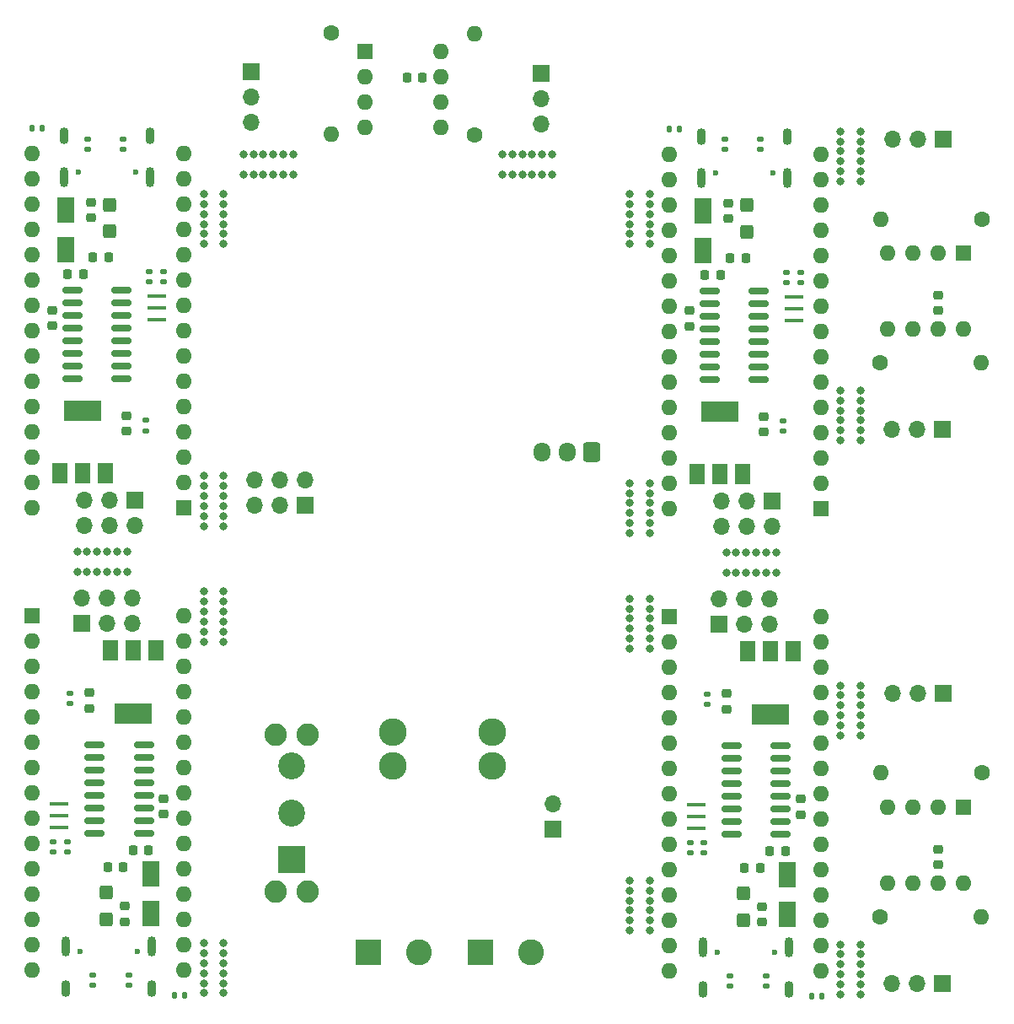
<source format=gbr>
%TF.GenerationSoftware,KiCad,Pcbnew,(6.0.1)*%
%TF.CreationDate,2022-04-04T10:53:51-04:00*%
%TF.ProjectId,arduino_usb_c,61726475-696e-46f5-9f75-73625f632e6b,rev?*%
%TF.SameCoordinates,Original*%
%TF.FileFunction,Soldermask,Bot*%
%TF.FilePolarity,Negative*%
%FSLAX46Y46*%
G04 Gerber Fmt 4.6, Leading zero omitted, Abs format (unit mm)*
G04 Created by KiCad (PCBNEW (6.0.1)) date 2022-04-04 10:53:51*
%MOMM*%
%LPD*%
G01*
G04 APERTURE LIST*
G04 Aperture macros list*
%AMRoundRect*
0 Rectangle with rounded corners*
0 $1 Rounding radius*
0 $2 $3 $4 $5 $6 $7 $8 $9 X,Y pos of 4 corners*
0 Add a 4 corners polygon primitive as box body*
4,1,4,$2,$3,$4,$5,$6,$7,$8,$9,$2,$3,0*
0 Add four circle primitives for the rounded corners*
1,1,$1+$1,$2,$3*
1,1,$1+$1,$4,$5*
1,1,$1+$1,$6,$7*
1,1,$1+$1,$8,$9*
0 Add four rect primitives between the rounded corners*
20,1,$1+$1,$2,$3,$4,$5,0*
20,1,$1+$1,$4,$5,$6,$7,0*
20,1,$1+$1,$6,$7,$8,$9,0*
20,1,$1+$1,$8,$9,$2,$3,0*%
G04 Aperture macros list end*
%ADD10C,0.600000*%
%ADD11O,0.900000X1.700000*%
%ADD12O,0.900000X2.000000*%
%ADD13C,1.600000*%
%ADD14O,1.600000X1.600000*%
%ADD15C,0.800000*%
%ADD16R,1.600000X1.600000*%
%ADD17R,1.700000X1.700000*%
%ADD18O,1.700000X1.700000*%
%ADD19C,2.780000*%
%ADD20R,2.600000X2.600000*%
%ADD21C,2.600000*%
%ADD22R,2.700000X2.700000*%
%ADD23C,2.700000*%
%ADD24C,2.250000*%
%ADD25RoundRect,0.250000X0.600000X0.725000X-0.600000X0.725000X-0.600000X-0.725000X0.600000X-0.725000X0*%
%ADD26O,1.700000X1.950000*%
%ADD27RoundRect,0.225000X0.250000X-0.225000X0.250000X0.225000X-0.250000X0.225000X-0.250000X-0.225000X0*%
%ADD28R,1.800000X2.500000*%
%ADD29RoundRect,0.225000X0.225000X0.250000X-0.225000X0.250000X-0.225000X-0.250000X0.225000X-0.250000X0*%
%ADD30RoundRect,0.135000X-0.185000X0.135000X-0.185000X-0.135000X0.185000X-0.135000X0.185000X0.135000X0*%
%ADD31RoundRect,0.135000X0.135000X0.185000X-0.135000X0.185000X-0.135000X-0.185000X0.135000X-0.185000X0*%
%ADD32R,1.500000X2.000000*%
%ADD33R,3.800000X2.000000*%
%ADD34RoundRect,0.135000X0.185000X-0.135000X0.185000X0.135000X-0.185000X0.135000X-0.185000X-0.135000X0*%
%ADD35RoundRect,0.250000X0.425000X-0.450000X0.425000X0.450000X-0.425000X0.450000X-0.425000X-0.450000X0*%
%ADD36R,1.900000X0.400000*%
%ADD37RoundRect,0.225000X-0.250000X0.225000X-0.250000X-0.225000X0.250000X-0.225000X0.250000X0.225000X0*%
%ADD38RoundRect,0.225000X-0.225000X-0.250000X0.225000X-0.250000X0.225000X0.250000X-0.225000X0.250000X0*%
%ADD39RoundRect,0.135000X-0.135000X-0.185000X0.135000X-0.185000X0.135000X0.185000X-0.135000X0.185000X0*%
%ADD40RoundRect,0.150000X0.825000X0.150000X-0.825000X0.150000X-0.825000X-0.150000X0.825000X-0.150000X0*%
%ADD41RoundRect,0.250000X-0.425000X0.450000X-0.425000X-0.450000X0.425000X-0.450000X0.425000X0.450000X0*%
%ADD42RoundRect,0.150000X-0.825000X-0.150000X0.825000X-0.150000X0.825000X0.150000X-0.825000X0.150000X0*%
G04 APERTURE END LIST*
D10*
%TO.C,J1*%
X171813600Y-68384327D03*
X177593600Y-68384327D03*
D11*
X170383600Y-64694327D03*
X179023600Y-64694327D03*
D12*
X179023600Y-68864327D03*
X170383600Y-68864327D03*
%TD*%
D13*
%TO.C,R13*%
X198620000Y-128600000D03*
D14*
X188460000Y-128600000D03*
%TD*%
D15*
%TO.C,REF\u002A\u002A*%
X184400000Y-94200000D03*
X186400000Y-92200000D03*
X186400000Y-94200000D03*
X184400000Y-90200000D03*
X186400000Y-90200000D03*
X184400000Y-95200000D03*
X184400000Y-92200000D03*
X186400000Y-95200000D03*
X186400000Y-91200000D03*
X186400000Y-93200000D03*
X184400000Y-91200000D03*
X184400000Y-93200000D03*
%TD*%
D13*
%TO.C,R13*%
X133200000Y-54280000D03*
D14*
X133200000Y-64440000D03*
%TD*%
D16*
%TO.C,U5*%
X196740000Y-76400000D03*
D14*
X194200000Y-76400000D03*
X191660000Y-76400000D03*
X189120000Y-76400000D03*
X189120000Y-84020000D03*
X191660000Y-84020000D03*
X194200000Y-84020000D03*
X196740000Y-84020000D03*
%TD*%
D15*
%TO.C,REF\u002A\u002A*%
X152400000Y-66500000D03*
X151400000Y-68500000D03*
X154400000Y-66500000D03*
X150400000Y-68500000D03*
X151400000Y-66500000D03*
X155400000Y-68500000D03*
X153400000Y-66500000D03*
X152400000Y-68500000D03*
X153400000Y-68500000D03*
X150400000Y-66500000D03*
X155400000Y-66500000D03*
X154400000Y-68500000D03*
%TD*%
%TO.C,REF\u002A\u002A*%
X165200000Y-100503327D03*
X163200000Y-100503327D03*
X163200000Y-104503327D03*
X163200000Y-102503327D03*
X163200000Y-99503327D03*
X165200000Y-104503327D03*
X165200000Y-101503327D03*
X163200000Y-101503327D03*
X165200000Y-99503327D03*
X163200000Y-103503327D03*
X165200000Y-102503327D03*
X165200000Y-103503327D03*
%TD*%
%TO.C,REF\u002A\u002A*%
X163200000Y-116103327D03*
X163200000Y-114103327D03*
X163200000Y-112103327D03*
X165200000Y-114103327D03*
X165200000Y-113103327D03*
X163200000Y-111103327D03*
X165200000Y-112103327D03*
X165200000Y-111103327D03*
X165200000Y-116103327D03*
X163200000Y-113103327D03*
X163200000Y-115103327D03*
X165200000Y-115103327D03*
%TD*%
%TO.C,REF\u002A\u002A*%
X112700000Y-108400000D03*
X110700000Y-108400000D03*
X111700000Y-106400000D03*
X109700000Y-106400000D03*
X110700000Y-106400000D03*
X107700000Y-108400000D03*
X111700000Y-108400000D03*
X108700000Y-108400000D03*
X109700000Y-108400000D03*
X112700000Y-106400000D03*
X108700000Y-106400000D03*
X107700000Y-106400000D03*
%TD*%
D16*
%TO.C,A1*%
X167178050Y-112925927D03*
D14*
X167178050Y-115465927D03*
X167178050Y-118005927D03*
X167178050Y-120545927D03*
X167178050Y-123085927D03*
X167178050Y-125625927D03*
X167178050Y-128165927D03*
X167178050Y-130705927D03*
X167178050Y-133245927D03*
X167178050Y-135785927D03*
X167178050Y-138325927D03*
X167178050Y-140865927D03*
X167178050Y-143405927D03*
X167178050Y-145945927D03*
X167178050Y-148485927D03*
X182418050Y-148485927D03*
X182418050Y-145945927D03*
X182418050Y-143405927D03*
X182418050Y-140865927D03*
X182418050Y-138325927D03*
X182418050Y-135785927D03*
X182418050Y-133245927D03*
X182418050Y-130705927D03*
X182418050Y-128165927D03*
X182418050Y-125625927D03*
X182418050Y-123085927D03*
X182418050Y-120545927D03*
X182418050Y-118005927D03*
X182418050Y-115465927D03*
X182418050Y-112925927D03*
%TD*%
D15*
%TO.C,REF\u002A\u002A*%
X122400000Y-114400000D03*
X122400000Y-112400000D03*
X120400000Y-113400000D03*
X120400000Y-112400000D03*
X122400000Y-111400000D03*
X120400000Y-114400000D03*
X122400000Y-110400000D03*
X120400000Y-111400000D03*
X120400000Y-110400000D03*
X122400000Y-113400000D03*
X122400000Y-115400000D03*
X120400000Y-115400000D03*
%TD*%
D17*
%TO.C,J6*%
X130617200Y-101737600D03*
D18*
X130617200Y-99197600D03*
X128077200Y-101737600D03*
X128077200Y-99197600D03*
X125537200Y-101737600D03*
X125537200Y-99197600D03*
%TD*%
D15*
%TO.C,REF\u002A\u002A*%
X163200000Y-144403327D03*
X163200000Y-140403327D03*
X163200000Y-142403327D03*
X165200000Y-144403327D03*
X165200000Y-143403327D03*
X163200000Y-143403327D03*
X163200000Y-139403327D03*
X165200000Y-139403327D03*
X163200000Y-141403327D03*
X165200000Y-140403327D03*
X165200000Y-142403327D03*
X165200000Y-141403327D03*
%TD*%
D16*
%TO.C,U5*%
X136600000Y-56160000D03*
D14*
X136600000Y-58700000D03*
X136600000Y-61240000D03*
X136600000Y-63780000D03*
X144220000Y-63780000D03*
X144220000Y-61240000D03*
X144220000Y-58700000D03*
X144220000Y-56160000D03*
%TD*%
D19*
%TO.C,F1*%
X139439000Y-127860800D03*
X139439000Y-124460800D03*
X149359000Y-127860800D03*
X149359000Y-124460800D03*
%TD*%
D17*
%TO.C,J7*%
X125200000Y-58220000D03*
D18*
X125200000Y-60760000D03*
X125200000Y-63300000D03*
%TD*%
D16*
%TO.C,A1*%
X182425200Y-102051127D03*
D14*
X182425200Y-99511127D03*
X182425200Y-96971127D03*
X182425200Y-94431127D03*
X182425200Y-91891127D03*
X182425200Y-89351127D03*
X182425200Y-86811127D03*
X182425200Y-84271127D03*
X182425200Y-81731127D03*
X182425200Y-79191127D03*
X182425200Y-76651127D03*
X182425200Y-74111127D03*
X182425200Y-71571127D03*
X182425200Y-69031127D03*
X182425200Y-66491127D03*
X167185200Y-66491127D03*
X167185200Y-69031127D03*
X167185200Y-71571127D03*
X167185200Y-74111127D03*
X167185200Y-76651127D03*
X167185200Y-79191127D03*
X167185200Y-81731127D03*
X167185200Y-84271127D03*
X167185200Y-86811127D03*
X167185200Y-89351127D03*
X167185200Y-91891127D03*
X167185200Y-94431127D03*
X167185200Y-96971127D03*
X167185200Y-99511127D03*
X167185200Y-102051127D03*
%TD*%
D15*
%TO.C,REF\u002A\u002A*%
X175900000Y-108503327D03*
X174900000Y-106503327D03*
X176900000Y-108503327D03*
X173900000Y-106503327D03*
X172900000Y-106503327D03*
X172900000Y-108503327D03*
X174900000Y-108503327D03*
X175900000Y-106503327D03*
X176900000Y-106503327D03*
X173900000Y-108503327D03*
X177900000Y-108503327D03*
X177900000Y-106503327D03*
%TD*%
D17*
%TO.C,J8*%
X194565000Y-149725000D03*
D18*
X192025000Y-149725000D03*
X189485000Y-149725000D03*
%TD*%
D10*
%TO.C,J1*%
X172009650Y-146592727D03*
X177789650Y-146592727D03*
D12*
X170579650Y-146112727D03*
D11*
X170579650Y-150282727D03*
X179219650Y-150282727D03*
D12*
X179219650Y-146112727D03*
%TD*%
D13*
%TO.C,R14*%
X147600000Y-64540000D03*
D14*
X147600000Y-54380000D03*
%TD*%
D10*
%TO.C,J1*%
X107810350Y-68310600D03*
X113590350Y-68310600D03*
D11*
X115020350Y-64620600D03*
D12*
X106380350Y-68790600D03*
X115020350Y-68790600D03*
D11*
X106380350Y-64620600D03*
%TD*%
D17*
%TO.C,J8*%
X194565000Y-94125000D03*
D18*
X192025000Y-94125000D03*
X189485000Y-94125000D03*
%TD*%
D15*
%TO.C,REF\u002A\u002A*%
X186400000Y-149800000D03*
X184400000Y-150800000D03*
X184400000Y-146800000D03*
X184400000Y-147800000D03*
X186400000Y-147800000D03*
X184400000Y-145800000D03*
X184400000Y-149800000D03*
X186400000Y-145800000D03*
X186400000Y-148800000D03*
X184400000Y-148800000D03*
X186400000Y-146800000D03*
X186400000Y-150800000D03*
%TD*%
D16*
%TO.C,A1*%
X118421950Y-101977400D03*
D14*
X118421950Y-99437400D03*
X118421950Y-96897400D03*
X118421950Y-94357400D03*
X118421950Y-91817400D03*
X118421950Y-89277400D03*
X118421950Y-86737400D03*
X118421950Y-84197400D03*
X118421950Y-81657400D03*
X118421950Y-79117400D03*
X118421950Y-76577400D03*
X118421950Y-74037400D03*
X118421950Y-71497400D03*
X118421950Y-68957400D03*
X118421950Y-66417400D03*
X103181950Y-66417400D03*
X103181950Y-68957400D03*
X103181950Y-71497400D03*
X103181950Y-74037400D03*
X103181950Y-76577400D03*
X103181950Y-79117400D03*
X103181950Y-81657400D03*
X103181950Y-84197400D03*
X103181950Y-86737400D03*
X103181950Y-89277400D03*
X103181950Y-91817400D03*
X103181950Y-94357400D03*
X103181950Y-96897400D03*
X103181950Y-99437400D03*
X103181950Y-101977400D03*
%TD*%
D17*
%TO.C,J7*%
X194680000Y-120600000D03*
D18*
X192140000Y-120600000D03*
X189600000Y-120600000D03*
%TD*%
D17*
%TO.C,J2*%
X113468950Y-101215400D03*
D18*
X113468950Y-103755400D03*
X110928950Y-101215400D03*
X110928950Y-103755400D03*
X108388950Y-101215400D03*
X108388950Y-103755400D03*
%TD*%
D10*
%TO.C,J1*%
X108006400Y-146519000D03*
X113786400Y-146519000D03*
D12*
X106576400Y-146039000D03*
D11*
X115216400Y-150209000D03*
X106576400Y-150209000D03*
D12*
X115216400Y-146039000D03*
%TD*%
D17*
%TO.C,J2*%
X177472200Y-101289127D03*
D18*
X177472200Y-103829127D03*
X174932200Y-101289127D03*
X174932200Y-103829127D03*
X172392200Y-101289127D03*
X172392200Y-103829127D03*
%TD*%
D17*
%TO.C,J2*%
X172131050Y-113687927D03*
D18*
X172131050Y-111147927D03*
X174671050Y-113687927D03*
X174671050Y-111147927D03*
X177211050Y-113687927D03*
X177211050Y-111147927D03*
%TD*%
D20*
%TO.C,J3*%
X148229400Y-146557200D03*
D21*
X153309400Y-146557200D03*
%TD*%
D17*
%TO.C,MES1*%
X155473800Y-134243400D03*
D18*
X155473800Y-131703400D03*
%TD*%
D15*
%TO.C,REF\u002A\u002A*%
X122400000Y-75500000D03*
X120400000Y-74500000D03*
X122400000Y-72500000D03*
X120400000Y-75500000D03*
X120400000Y-70500000D03*
X122400000Y-74500000D03*
X120400000Y-72500000D03*
X122400000Y-71500000D03*
X122400000Y-70500000D03*
X122400000Y-73500000D03*
X120400000Y-73500000D03*
X120400000Y-71500000D03*
%TD*%
D13*
%TO.C,R13*%
X198620000Y-73000000D03*
D14*
X188460000Y-73000000D03*
%TD*%
D15*
%TO.C,REF\u002A\u002A*%
X125400000Y-66500000D03*
X127400000Y-66500000D03*
X124400000Y-66500000D03*
X128400000Y-66500000D03*
X127400000Y-68500000D03*
X125400000Y-68500000D03*
X124400000Y-68500000D03*
X126400000Y-66500000D03*
X128400000Y-68500000D03*
X129400000Y-68500000D03*
X129400000Y-66500000D03*
X126400000Y-68500000D03*
%TD*%
%TO.C,REF\u002A\u002A*%
X120400000Y-147700000D03*
X120400000Y-145700000D03*
X122400000Y-145700000D03*
X122400000Y-148700000D03*
X122400000Y-150700000D03*
X120400000Y-146700000D03*
X120400000Y-148700000D03*
X120400000Y-150700000D03*
X122400000Y-149700000D03*
X120400000Y-149700000D03*
X122400000Y-147700000D03*
X122400000Y-146700000D03*
%TD*%
D16*
%TO.C,A1*%
X103174800Y-112852200D03*
D14*
X103174800Y-115392200D03*
X103174800Y-117932200D03*
X103174800Y-120472200D03*
X103174800Y-123012200D03*
X103174800Y-125552200D03*
X103174800Y-128092200D03*
X103174800Y-130632200D03*
X103174800Y-133172200D03*
X103174800Y-135712200D03*
X103174800Y-138252200D03*
X103174800Y-140792200D03*
X103174800Y-143332200D03*
X103174800Y-145872200D03*
X103174800Y-148412200D03*
X118414800Y-148412200D03*
X118414800Y-145872200D03*
X118414800Y-143332200D03*
X118414800Y-140792200D03*
X118414800Y-138252200D03*
X118414800Y-135712200D03*
X118414800Y-133172200D03*
X118414800Y-130632200D03*
X118414800Y-128092200D03*
X118414800Y-125552200D03*
X118414800Y-123012200D03*
X118414800Y-120472200D03*
X118414800Y-117932200D03*
X118414800Y-115392200D03*
X118414800Y-112852200D03*
%TD*%
D16*
%TO.C,U5*%
X196740000Y-132000000D03*
D14*
X194200000Y-132000000D03*
X191660000Y-132000000D03*
X189120000Y-132000000D03*
X189120000Y-139620000D03*
X191660000Y-139620000D03*
X194200000Y-139620000D03*
X196740000Y-139620000D03*
%TD*%
D22*
%TO.C,SW2*%
X129209800Y-137312400D03*
D23*
X129209800Y-132612400D03*
X129209800Y-127912400D03*
D24*
X127609800Y-140512400D03*
X130809800Y-140512400D03*
X127609800Y-124712400D03*
X130809800Y-124712400D03*
%TD*%
D13*
%TO.C,R14*%
X188360000Y-87400000D03*
D14*
X198520000Y-87400000D03*
%TD*%
D15*
%TO.C,REF\u002A\u002A*%
X165200000Y-70500000D03*
X163200000Y-75500000D03*
X163200000Y-74500000D03*
X163200000Y-73500000D03*
X165200000Y-75500000D03*
X163200000Y-71500000D03*
X165200000Y-72500000D03*
X165200000Y-71500000D03*
X163200000Y-70500000D03*
X163200000Y-72500000D03*
X165200000Y-73500000D03*
X165200000Y-74500000D03*
%TD*%
%TO.C,REF\u002A\u002A*%
X184400000Y-67200000D03*
X186400000Y-67200000D03*
X186400000Y-64200000D03*
X184400000Y-68200000D03*
X186400000Y-68200000D03*
X186400000Y-69200000D03*
X184400000Y-66200000D03*
X186400000Y-66200000D03*
X184400000Y-64200000D03*
X184400000Y-65200000D03*
X186400000Y-65200000D03*
X184400000Y-69200000D03*
%TD*%
%TO.C,REF\u002A\u002A*%
X184400000Y-123800000D03*
X186400000Y-124800000D03*
X184400000Y-119800000D03*
X184400000Y-124800000D03*
X184400000Y-122800000D03*
X186400000Y-119800000D03*
X184400000Y-120800000D03*
X186400000Y-123800000D03*
X186400000Y-122800000D03*
X186400000Y-121800000D03*
X186400000Y-120800000D03*
X184400000Y-121800000D03*
%TD*%
D17*
%TO.C,J8*%
X154325000Y-58335000D03*
D18*
X154325000Y-60875000D03*
X154325000Y-63415000D03*
%TD*%
D25*
%TO.C,J5*%
X159395800Y-96409000D03*
D26*
X156895800Y-96409000D03*
X154395800Y-96409000D03*
%TD*%
D15*
%TO.C,REF\u002A\u002A*%
X120400000Y-103800000D03*
X120400000Y-101800000D03*
X122400000Y-103800000D03*
X122400000Y-98800000D03*
X122400000Y-102800000D03*
X122400000Y-99800000D03*
X122400000Y-100800000D03*
X120400000Y-99800000D03*
X120400000Y-98800000D03*
X120400000Y-100800000D03*
X120400000Y-102800000D03*
X122400000Y-101800000D03*
%TD*%
D17*
%TO.C,J7*%
X194680000Y-65000000D03*
D18*
X192140000Y-65000000D03*
X189600000Y-65000000D03*
%TD*%
D20*
%TO.C,J4*%
X136951800Y-146557200D03*
D21*
X142031800Y-146557200D03*
%TD*%
D17*
%TO.C,J2*%
X108127800Y-113614200D03*
D18*
X108127800Y-111074200D03*
X110667800Y-113614200D03*
X110667800Y-111074200D03*
X113207800Y-113614200D03*
X113207800Y-111074200D03*
%TD*%
D13*
%TO.C,R14*%
X188360000Y-143000000D03*
D14*
X198520000Y-143000000D03*
%TD*%
D27*
%TO.C,C5*%
X105213950Y-83677000D03*
X105213950Y-82127000D03*
%TD*%
D28*
%TO.C,D2*%
X115062000Y-138722600D03*
X115062000Y-142722600D03*
%TD*%
D29*
%TO.C,C4*%
X114834000Y-136321800D03*
X113284000Y-136321800D03*
%TD*%
%TO.C,C1*%
X176296650Y-138097327D03*
X174746650Y-138097327D03*
%TD*%
D30*
%TO.C,R2*%
X178920000Y-78376327D03*
X178920000Y-79396327D03*
%TD*%
D31*
%TO.C,R4*%
X182468950Y-151025927D03*
X181448950Y-151025927D03*
%TD*%
D32*
%TO.C,U3*%
X174553800Y-98596727D03*
D33*
X172253800Y-92296727D03*
D32*
X172253800Y-98596727D03*
X169953800Y-98596727D03*
%TD*%
D34*
%TO.C,R2*%
X170683250Y-136600727D03*
X170683250Y-135580727D03*
%TD*%
D35*
%TO.C,C8*%
X174620250Y-143358927D03*
X174620250Y-140658927D03*
%TD*%
D34*
%TO.C,R6*%
X108719150Y-65962200D03*
X108719150Y-64942200D03*
%TD*%
%TO.C,R3*%
X169260850Y-136602727D03*
X169260850Y-135582727D03*
%TD*%
D36*
%TO.C,Y1*%
X169892650Y-134168127D03*
X169892650Y-132968127D03*
X169892650Y-131768127D03*
%TD*%
D30*
%TO.C,R6*%
X112877600Y-148867400D03*
X112877600Y-149887400D03*
%TD*%
D37*
%TO.C,C10*%
X176684800Y-92792527D03*
X176684800Y-94342527D03*
%TD*%
%TO.C,C9*%
X109100150Y-71319000D03*
X109100150Y-72869000D03*
%TD*%
D34*
%TO.C,R5*%
X112325950Y-65962200D03*
X112325950Y-64942200D03*
%TD*%
D38*
%TO.C,C4*%
X106762750Y-78507800D03*
X108312750Y-78507800D03*
%TD*%
D34*
%TO.C,R2*%
X106680000Y-136527000D03*
X106680000Y-135507000D03*
%TD*%
D28*
%TO.C,D2*%
X106534750Y-76107000D03*
X106534750Y-72107000D03*
%TD*%
D39*
%TO.C,R4*%
X167134300Y-63951127D03*
X168154300Y-63951127D03*
%TD*%
D30*
%TO.C,R3*%
X116339150Y-78300600D03*
X116339150Y-79320600D03*
%TD*%
D34*
%TO.C,R6*%
X172722400Y-66035927D03*
X172722400Y-65015927D03*
%TD*%
D27*
%TO.C,C9*%
X112496600Y-143510600D03*
X112496600Y-141960600D03*
%TD*%
D30*
%TO.C,R3*%
X180342400Y-78374327D03*
X180342400Y-79394327D03*
%TD*%
D35*
%TO.C,C8*%
X110617000Y-143285200D03*
X110617000Y-140585200D03*
%TD*%
D40*
%TO.C,U2*%
X112159350Y-80133400D03*
X112159350Y-81403400D03*
X112159350Y-82673400D03*
X112159350Y-83943400D03*
X112159350Y-85213400D03*
X112159350Y-86483400D03*
X112159350Y-87753400D03*
X112159350Y-89023400D03*
X107209350Y-89023400D03*
X107209350Y-87753400D03*
X107209350Y-86483400D03*
X107209350Y-85213400D03*
X107209350Y-83943400D03*
X107209350Y-82673400D03*
X107209350Y-81403400D03*
X107209350Y-80133400D03*
%TD*%
D41*
%TO.C,C8*%
X110979750Y-71544400D03*
X110979750Y-74244400D03*
%TD*%
D27*
%TO.C,C10*%
X172918450Y-122184527D03*
X172918450Y-120634527D03*
%TD*%
D34*
%TO.C,R5*%
X176329200Y-66035927D03*
X176329200Y-65015927D03*
%TD*%
D36*
%TO.C,Y1*%
X115707350Y-80735200D03*
X115707350Y-81935200D03*
X115707350Y-83135200D03*
%TD*%
D41*
%TO.C,C8*%
X174983000Y-71618127D03*
X174983000Y-74318127D03*
%TD*%
D28*
%TO.C,D2*%
X170538000Y-76180727D03*
X170538000Y-72180727D03*
%TD*%
D37*
%TO.C,C5*%
X180386050Y-131226327D03*
X180386050Y-132776327D03*
%TD*%
D34*
%TO.C,R1*%
X107010200Y-121617200D03*
X107010200Y-120597200D03*
%TD*%
D27*
%TO.C,C5*%
X169217200Y-83750727D03*
X169217200Y-82200727D03*
%TD*%
D34*
%TO.C,R1*%
X171013450Y-121690927D03*
X171013450Y-120670927D03*
%TD*%
D36*
%TO.C,Y1*%
X105889400Y-134094400D03*
X105889400Y-132894400D03*
X105889400Y-131694400D03*
%TD*%
D38*
%TO.C,C4*%
X170766000Y-78581527D03*
X172316000Y-78581527D03*
%TD*%
D30*
%TO.C,R6*%
X176880850Y-148941127D03*
X176880850Y-149961127D03*
%TD*%
D38*
%TO.C,C1*%
X109303350Y-76806000D03*
X110853350Y-76806000D03*
%TD*%
D32*
%TO.C,U3*%
X175049450Y-116380327D03*
X177349450Y-116380327D03*
D33*
X177349450Y-122680327D03*
D32*
X179649450Y-116380327D03*
%TD*%
D39*
%TO.C,R4*%
X103131050Y-63877400D03*
X104151050Y-63877400D03*
%TD*%
D27*
%TO.C,C10*%
X108915200Y-122110800D03*
X108915200Y-120560800D03*
%TD*%
D28*
%TO.C,D2*%
X179065250Y-138796327D03*
X179065250Y-142796327D03*
%TD*%
D32*
%TO.C,U3*%
X111046200Y-116306600D03*
D33*
X113346200Y-122606600D03*
D32*
X113346200Y-116306600D03*
X115646200Y-116306600D03*
%TD*%
D30*
%TO.C,R5*%
X109270800Y-148867400D03*
X109270800Y-149887400D03*
%TD*%
D27*
%TO.C,C9*%
X176499850Y-143584327D03*
X176499850Y-142034327D03*
%TD*%
D30*
%TO.C,R5*%
X173274050Y-148941127D03*
X173274050Y-149961127D03*
%TD*%
D34*
%TO.C,R3*%
X105257600Y-136529000D03*
X105257600Y-135509000D03*
%TD*%
D29*
%TO.C,C1*%
X112293400Y-138023600D03*
X110743400Y-138023600D03*
%TD*%
D31*
%TO.C,R4*%
X118465700Y-150952200D03*
X117445700Y-150952200D03*
%TD*%
D29*
%TO.C,C4*%
X178837250Y-136395527D03*
X177287250Y-136395527D03*
%TD*%
D27*
%TO.C,C7*%
X194140000Y-82175000D03*
X194140000Y-80625000D03*
%TD*%
D30*
%TO.C,R2*%
X114916750Y-78302600D03*
X114916750Y-79322600D03*
%TD*%
D37*
%TO.C,C9*%
X173103400Y-71392727D03*
X173103400Y-72942727D03*
%TD*%
D42*
%TO.C,U2*%
X109437400Y-134696200D03*
X109437400Y-133426200D03*
X109437400Y-132156200D03*
X109437400Y-130886200D03*
X109437400Y-129616200D03*
X109437400Y-128346200D03*
X109437400Y-127076200D03*
X109437400Y-125806200D03*
X114387400Y-125806200D03*
X114387400Y-127076200D03*
X114387400Y-128346200D03*
X114387400Y-129616200D03*
X114387400Y-130886200D03*
X114387400Y-132156200D03*
X114387400Y-133426200D03*
X114387400Y-134696200D03*
%TD*%
D29*
%TO.C,C7*%
X142375000Y-58760000D03*
X140825000Y-58760000D03*
%TD*%
D42*
%TO.C,U2*%
X173440650Y-134769927D03*
X173440650Y-133499927D03*
X173440650Y-132229927D03*
X173440650Y-130959927D03*
X173440650Y-129689927D03*
X173440650Y-128419927D03*
X173440650Y-127149927D03*
X173440650Y-125879927D03*
X178390650Y-125879927D03*
X178390650Y-127149927D03*
X178390650Y-128419927D03*
X178390650Y-129689927D03*
X178390650Y-130959927D03*
X178390650Y-132229927D03*
X178390650Y-133499927D03*
X178390650Y-134769927D03*
%TD*%
D38*
%TO.C,C1*%
X173306600Y-76879727D03*
X174856600Y-76879727D03*
%TD*%
D37*
%TO.C,C10*%
X112681550Y-92718800D03*
X112681550Y-94268800D03*
%TD*%
D27*
%TO.C,C7*%
X194140000Y-137775000D03*
X194140000Y-136225000D03*
%TD*%
D30*
%TO.C,R1*%
X114586550Y-93212400D03*
X114586550Y-94232400D03*
%TD*%
D37*
%TO.C,C5*%
X116382800Y-131152600D03*
X116382800Y-132702600D03*
%TD*%
D30*
%TO.C,R1*%
X178589800Y-93286127D03*
X178589800Y-94306127D03*
%TD*%
D36*
%TO.C,Y1*%
X179710600Y-80808927D03*
X179710600Y-82008927D03*
X179710600Y-83208927D03*
%TD*%
D32*
%TO.C,U3*%
X110550550Y-98523000D03*
D33*
X108250550Y-92223000D03*
D32*
X108250550Y-98523000D03*
X105950550Y-98523000D03*
%TD*%
D40*
%TO.C,U2*%
X176162600Y-80207127D03*
X176162600Y-81477127D03*
X176162600Y-82747127D03*
X176162600Y-84017127D03*
X176162600Y-85287127D03*
X176162600Y-86557127D03*
X176162600Y-87827127D03*
X176162600Y-89097127D03*
X171212600Y-89097127D03*
X171212600Y-87827127D03*
X171212600Y-86557127D03*
X171212600Y-85287127D03*
X171212600Y-84017127D03*
X171212600Y-82747127D03*
X171212600Y-81477127D03*
X171212600Y-80207127D03*
%TD*%
M02*

</source>
